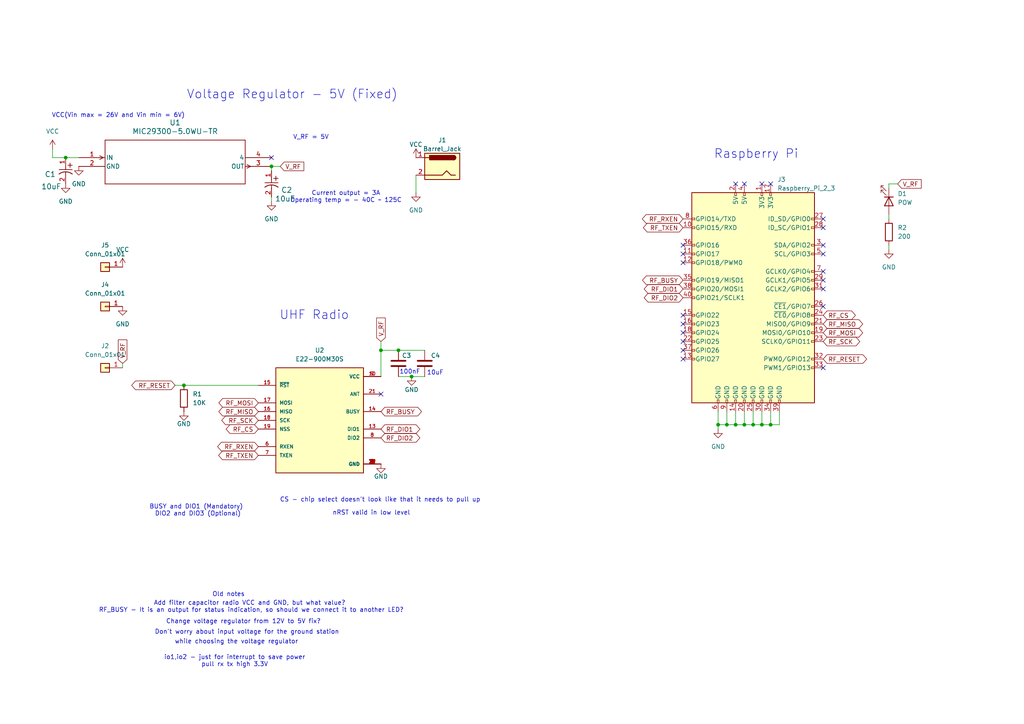
<source format=kicad_sch>
(kicad_sch (version 20231120) (generator "eeschema") (generator_version "8.0")
  (paper "A4")
  (lib_symbols
    (symbol "Connector:Barrel_Jack" (pin_names (offset 1.016))
      (property "Reference" "J" (at 0 5.334 0))
      (property "Value" "Barrel_Jack" (at 0 -5.08 0))
      (symbol "Barrel_Jack_0_1"
        (rectangle (start -5.08 3.81) (end 5.08 -3.81) (stroke (width 0.254)) (fill (type background)))
        (arc (start -3.302 3.175) (mid -3.9343 2.54) (end -3.302 1.905) (stroke (width 0.254)))
        (arc (start -3.302 3.175) (mid -3.9343 2.54) (end -3.302 1.905) (stroke (width 0.254)) (fill (type outline)))
        (polyline (pts (xy 5.08 2.54) (xy 3.81 2.54)) (stroke (width 0.254)))
        (polyline (pts (xy -3.81 -2.54) (xy -2.54 -2.54) (xy -1.27 -1.27) (xy 0 -2.54) (xy 2.54 -2.54) (xy 5.08 -2.54)) (stroke (width 0.254)))
        (rectangle (start 3.683 3.175) (end -3.302 1.905) (stroke (width 0.254)) (fill (type outline)))
      )
      (symbol "Barrel_Jack_1_1"
        (pin passive line (at 7.62 2.54 180) (length 2.54) (name "~") (number "1"))
        (pin passive line (at 7.62 -2.54 180) (length 2.54) (name "~") (number "2"))
      )
    )
    (symbol "Connector:Raspberry_Pi_2_3" (pin_names (offset 1.016))
      (property "Reference" "J" (at -17.78 31.75 0))
      (property "Value" "Raspberry_Pi_2_3" (at 10.16 -31.75 0))
      (symbol "Raspberry_Pi_2_3_0_1"
        (rectangle (start -17.78 30.48) (end 17.78 -30.48) (stroke (width 0.254)) (fill (type background)))
      )
      (symbol "Raspberry_Pi_2_3_1_1"
        (rectangle (start -16.891 -17.526) (end -17.78 -18.034))
        (rectangle (start -16.891 -14.986) (end -17.78 -15.494))
        (rectangle (start -16.891 -12.446) (end -17.78 -12.954))
        (rectangle (start -16.891 -9.906) (end -17.78 -10.414))
        (rectangle (start -16.891 -7.366) (end -17.78 -7.874))
        (rectangle (start -16.891 -4.826) (end -17.78 -5.334))
        (rectangle (start -16.891 0.254) (end -17.78 -0.254))
        (rectangle (start -16.891 2.794) (end -17.78 2.286))
        (rectangle (start -16.891 5.334) (end -17.78 4.826))
        (rectangle (start -16.891 10.414) (end -17.78 9.906))
        (rectangle (start -16.891 12.954) (end -17.78 12.446))
        (rectangle (start -16.891 15.494) (end -17.78 14.986))
        (rectangle (start -16.891 20.574) (end -17.78 20.066))
        (rectangle (start -16.891 23.114) (end -17.78 22.606))
        (rectangle (start -10.414 -29.591) (end -9.906 -30.48))
        (rectangle (start -7.874 -29.591) (end -7.366 -30.48))
        (rectangle (start -5.334 -29.591) (end -4.826 -30.48))
        (rectangle (start -5.334 30.48) (end -4.826 29.591))
        (rectangle (start -2.794 -29.591) (end -2.286 -30.48))
        (rectangle (start -2.794 30.48) (end -2.286 29.591))
        (rectangle (start -0.254 -29.591) (end 0.254 -30.48))
        (rectangle (start 2.286 -29.591) (end 2.794 -30.48))
        (rectangle (start 2.286 30.48) (end 2.794 29.591))
        (rectangle (start 4.826 -29.591) (end 5.334 -30.48))
        (rectangle (start 4.826 30.48) (end 5.334 29.591))
        (rectangle (start 7.366 -29.591) (end 7.874 -30.48))
        (rectangle (start 17.78 -20.066) (end 16.891 -20.574))
        (rectangle (start 17.78 -17.526) (end 16.891 -18.034))
        (rectangle (start 17.78 -12.446) (end 16.891 -12.954))
        (rectangle (start 17.78 -9.906) (end 16.891 -10.414))
        (rectangle (start 17.78 -7.366) (end 16.891 -7.874))
        (rectangle (start 17.78 -4.826) (end 16.891 -5.334))
        (rectangle (start 17.78 -2.286) (end 16.891 -2.794))
        (rectangle (start 17.78 2.794) (end 16.891 2.286))
        (rectangle (start 17.78 5.334) (end 16.891 4.826))
        (rectangle (start 17.78 7.874) (end 16.891 7.366))
        (rectangle (start 17.78 12.954) (end 16.891 12.446))
        (rectangle (start 17.78 15.494) (end 16.891 14.986))
        (rectangle (start 17.78 20.574) (end 16.891 20.066))
        (rectangle (start 17.78 23.114) (end 16.891 22.606))
        (pin power_in line (at 2.54 33.02 270) (length 2.54) (name "3V3") (number "1"))
        (pin bidirectional line (at -20.32 20.32 0) (length 2.54) (name "GPIO15/RXD") (number "10"))
        (pin bidirectional line (at -20.32 12.7 0) (length 2.54) (name "GPIO17") (number "11"))
        (pin bidirectional line (at -20.32 10.16 0) (length 2.54) (name "GPIO18/PWM0") (number "12"))
        (pin bidirectional line (at -20.32 -17.78 0) (length 2.54) (name "GPIO27") (number "13"))
        (pin power_in line (at -5.08 -33.02 90) (length 2.54) (name "GND") (number "14"))
        (pin bidirectional line (at -20.32 -5.08 0) (length 2.54) (name "GPIO22") (number "15"))
        (pin bidirectional line (at -20.32 -7.62 0) (length 2.54) (name "GPIO23") (number "16"))
        (pin power_in line (at 5.08 33.02 270) (length 2.54) (name "3V3") (number "17"))
        (pin bidirectional line (at -20.32 -10.16 0) (length 2.54) (name "GPIO24") (number "18"))
        (pin bidirectional line (at 20.32 -10.16 180) (length 2.54) (name "MOSI0/GPIO10") (number "19"))
        (pin power_in line (at -5.08 33.02 270) (length 2.54) (name "5V") (number "2"))
        (pin power_in line (at -2.54 -33.02 90) (length 2.54) (name "GND") (number "20"))
        (pin bidirectional line (at 20.32 -7.62 180) (length 2.54) (name "MISO0/GPIO9") (number "21"))
        (pin bidirectional line (at -20.32 -12.7 0) (length 2.54) (name "GPIO25") (number "22"))
        (pin bidirectional line (at 20.32 -12.7 180) (length 2.54) (name "SCLK0/GPIO11") (number "23"))
        (pin bidirectional line (at 20.32 -5.08 180) (length 2.54) (name "~{CE0}/GPIO8") (number "24"))
        (pin power_in line (at 0 -33.02 90) (length 2.54) (name "GND") (number "25"))
        (pin bidirectional line (at 20.32 -2.54 180) (length 2.54) (name "~{CE1}/GPIO7") (number "26"))
        (pin bidirectional line (at 20.32 22.86 180) (length 2.54) (name "ID_SD/GPIO0") (number "27"))
        (pin bidirectional line (at 20.32 20.32 180) (length 2.54) (name "ID_SC/GPIO1") (number "28"))
        (pin bidirectional line (at 20.32 5.08 180) (length 2.54) (name "GCLK1/GPIO5") (number "29"))
        (pin bidirectional line (at 20.32 15.24 180) (length 2.54) (name "SDA/GPIO2") (number "3"))
        (pin power_in line (at 2.54 -33.02 90) (length 2.54) (name "GND") (number "30"))
        (pin bidirectional line (at 20.32 2.54 180) (length 2.54) (name "GCLK2/GPIO6") (number "31"))
        (pin bidirectional line (at 20.32 -17.78 180) (length 2.54) (name "PWM0/GPIO12") (number "32"))
        (pin bidirectional line (at 20.32 -20.32 180) (length 2.54) (name "PWM1/GPIO13") (number "33"))
        (pin power_in line (at 5.08 -33.02 90) (length 2.54) (name "GND") (number "34"))
        (pin bidirectional line (at -20.32 5.08 0) (length 2.54) (name "GPIO19/MISO1") (number "35"))
        (pin bidirectional line (at -20.32 15.24 0) (length 2.54) (name "GPIO16") (number "36"))
        (pin bidirectional line (at -20.32 -15.24 0) (length 2.54) (name "GPIO26") (number "37"))
        (pin bidirectional line (at -20.32 2.54 0) (length 2.54) (name "GPIO20/MOSI1") (number "38"))
        (pin power_in line (at 7.62 -33.02 90) (length 2.54) (name "GND") (number "39"))
        (pin power_in line (at -2.54 33.02 270) (length 2.54) (name "5V") (number "4"))
        (pin bidirectional line (at -20.32 0 0) (length 2.54) (name "GPIO21/SCLK1") (number "40"))
        (pin bidirectional line (at 20.32 12.7 180) (length 2.54) (name "SCL/GPIO3") (number "5"))
        (pin power_in line (at -10.16 -33.02 90) (length 2.54) (name "GND") (number "6"))
        (pin bidirectional line (at 20.32 7.62 180) (length 2.54) (name "GCLK0/GPIO4") (number "7"))
        (pin bidirectional line (at -20.32 22.86 0) (length 2.54) (name "GPIO14/TXD") (number "8"))
        (pin power_in line (at -7.62 -33.02 90) (length 2.54) (name "GND") (number "9"))
      )
    )
    (symbol "Connector_Generic:Conn_01x01" (pin_names (offset 1.016) hide)
      (property "Reference" "J" (at 0 2.54 0))
      (property "Value" "Conn_01x01" (at 0 -2.54 0))
      (symbol "Conn_01x01_1_1"
        (rectangle (start -1.27 0.127) (end 0 -0.127) (stroke (width 0.1524)))
        (rectangle (start -1.27 1.27) (end 1.27 -1.27) (stroke (width 0.254)) (fill (type background)))
        (pin passive line (at -5.08 0 0) (length 3.81) (name "Pin_1") (number "1"))
      )
    )
    (symbol "Device:C" (pin_numbers hide) (pin_names (offset 0.254))
      (property "Reference" "C" (at 0.635 2.54 0))
      (property "Value" "C" (at 0.635 -2.54 0))
      (symbol "C_0_1"
        (polyline (pts (xy -2.032 -0.762) (xy 2.032 -0.762)) (stroke (width 0.508)))
        (polyline (pts (xy -2.032 0.762) (xy 2.032 0.762)) (stroke (width 0.508)))
      )
      (symbol "C_1_1"
        (pin passive line (at 0 3.81 270) (length 2.794) (name "~") (number "1"))
        (pin passive line (at 0 -3.81 90) (length 2.794) (name "~") (number "2"))
      )
    )
    (symbol "Device:LED" (pin_numbers hide) (pin_names (offset 1.016) hide)
      (property "Reference" "D" (at 0 2.54 0))
      (property "Value" "LED" (at 0 -2.54 0))
      (symbol "LED_0_1"
        (polyline (pts (xy -1.27 -1.27) (xy -1.27 1.27)) (stroke (width 0.254)))
        (polyline (pts (xy -1.27 0) (xy 1.27 0)))
        (polyline (pts (xy 1.27 -1.27) (xy 1.27 1.27) (xy -1.27 0) (xy 1.27 -1.27)) (stroke (width 0.254)))
        (polyline (pts (xy -3.048 -0.762) (xy -4.572 -2.286) (xy -3.81 -2.286) (xy -4.572 -2.286) (xy -4.572 -1.524)))
        (polyline (pts (xy -1.778 -0.762) (xy -3.302 -2.286) (xy -2.54 -2.286) (xy -3.302 -2.286) (xy -3.302 -1.524)))
      )
      (symbol "LED_1_1"
        (pin passive line (at -3.81 0 0) (length 2.54) (name "K") (number "1"))
        (pin passive line (at 3.81 0 180) (length 2.54) (name "A") (number "2"))
      )
    )
    (symbol "Device:R" (pin_numbers hide) (pin_names (offset 0))
      (property "Reference" "R" (at 2.032 0 90))
      (property "Value" "R" (at 0 0 90))
      (symbol "R_0_1"
        (rectangle (start -1.016 -2.54) (end 1.016 2.54) (stroke (width 0.254)))
      )
      (symbol "R_1_1"
        (pin passive line (at 0 3.81 270) (length 1.27) (name "~") (number "1"))
        (pin passive line (at 0 -3.81 90) (length 1.27) (name "~") (number "2"))
      )
    )
    (symbol "E22-900M30S:E22-900M30S" (pin_names (offset 1.016))
      (property "Reference" "U" (at -12.7 16.002 0))
      (property "Value" "E22-900M30S" (at -12.7 -17.78 0))
      (symbol "E22-900M30S_0_0"
        (rectangle (start -12.7 -15.24) (end 12.7 15.24) (stroke (width 0.254)) (fill (type background)))
        (pin power_in line (at 17.78 -12.7 180) (length 5.08) (name "GND") (number "1"))
        (pin power_in line (at 17.78 12.7 180) (length 5.08) (name "VCC") (number "10"))
        (pin power_in line (at 17.78 -12.7 180) (length 5.08) (name "GND") (number "11"))
        (pin power_in line (at 17.78 -12.7 180) (length 5.08) (name "GND") (number "12"))
        (pin bidirectional line (at 17.78 -2.54 180) (length 5.08) (name "DIO1") (number "13"))
        (pin output line (at 17.78 2.54 180) (length 5.08) (name "BUSY") (number "14"))
        (pin input line (at -17.78 10.16 0) (length 5.08) (name "~{RST}") (number "15"))
        (pin output line (at -17.78 2.54 0) (length 5.08) (name "MISO") (number "16"))
        (pin input line (at -17.78 5.08 0) (length 5.08) (name "MOSI") (number "17"))
        (pin input line (at -17.78 0 0) (length 5.08) (name "SCK") (number "18"))
        (pin input line (at -17.78 -2.54 0) (length 5.08) (name "NSS") (number "19"))
        (pin power_in line (at 17.78 -12.7 180) (length 5.08) (name "GND") (number "2"))
        (pin power_in line (at 17.78 -12.7 180) (length 5.08) (name "GND") (number "20"))
        (pin output line (at 17.78 7.62 180) (length 5.08) (name "ANT") (number "21"))
        (pin power_in line (at 17.78 -12.7 180) (length 5.08) (name "GND") (number "22"))
        (pin power_in line (at 17.78 -12.7 180) (length 5.08) (name "GND") (number "3"))
        (pin power_in line (at 17.78 -12.7 180) (length 5.08) (name "GND") (number "4"))
        (pin power_in line (at 17.78 -12.7 180) (length 5.08) (name "GND") (number "5"))
        (pin input line (at -17.78 -7.62 0) (length 5.08) (name "RXEN") (number "6"))
        (pin input line (at -17.78 -10.16 0) (length 5.08) (name "TXEN") (number "7"))
        (pin bidirectional line (at 17.78 -5.08 180) (length 5.08) (name "DIO2") (number "8"))
        (pin power_in line (at 17.78 12.7 180) (length 5.08) (name "VCC") (number "9"))
      )
    )
    (symbol "GND_22" (power) (pin_numbers hide) (pin_names (offset 0) hide)
      (property "Value" "GND" (at 0 -3.81 0))
      (symbol "GND_22_0_1"
        (polyline (pts (xy 0 0) (xy 0 -1.27) (xy 1.27 -1.27) (xy 0 -2.54) (xy -1.27 -1.27) (xy 0 -1.27)))
      )
      (symbol "GND_22_1_1"
        (pin power_in line (at 0 0 270) (length 0) (name "~") (number "1"))
      )
    )
    (symbol "GND_3" (power) (pin_numbers hide) (pin_names (offset 0) hide)
      (property "Value" "GND" (at 0 -3.81 0))
      (symbol "GND_3_0_1"
        (polyline (pts (xy 0 0) (xy 0 -1.27) (xy 1.27 -1.27) (xy 0 -2.54) (xy -1.27 -1.27) (xy 0 -1.27)))
      )
      (symbol "GND_3_1_1"
        (pin power_in line (at 0 0 270) (length 0) (name "~") (number "1"))
      )
    )
    (symbol "MIC29300_5_vol_reg:MIC29300-5.0WU-TR" (pin_names (offset 0.254))
      (property "Reference" "U" (at 27.94 10.16 0))
      (property "Value" "MIC29300-5.0WU-TR" (at 27.94 7.62 0))
      (symbol "MIC29300-5.0WU-TR_0_1"
        (polyline (pts (xy 7.0993 0) (xy 6.0579 -0.5207)) (stroke (width 0.2032)))
        (polyline (pts (xy 7.0993 0) (xy 6.0579 0.5207)) (stroke (width 0.2032)))
        (polyline (pts (xy 7.62 -7.62) (xy 48.26 -7.62)) (stroke (width 0.2032)))
        (polyline (pts (xy 7.62 5.08) (xy 7.62 -7.62)) (stroke (width 0.2032)))
        (polyline (pts (xy 48.26 -7.62) (xy 48.26 5.08)) (stroke (width 0.2032)))
        (polyline (pts (xy 48.26 5.08) (xy 7.62 5.08)) (stroke (width 0.2032)))
        (polyline (pts (xy 48.7807 -3.0607) (xy 49.8221 -2.54)) (stroke (width 0.2032)))
        (polyline (pts (xy 48.7807 -2.0193) (xy 49.8221 -2.54)) (stroke (width 0.2032)))
        (pin input line (at 0 0 0) (length 7.62) (name "IN") (number "1"))
        (pin power_in line (at 0 -2.54 0) (length 7.62) (name "GND") (number "2"))
        (pin output line (at 55.88 -2.54 180) (length 7.62) (name "OUT") (number "3"))
        (pin unspecified line (at 55.88 0 180) (length 7.62) (name "4") (number "4"))
      )
    )
    (symbol "power:GND" (power) (pin_names (offset 0))
      (property "Value" "GND" (at 0 -3.81 0))
      (symbol "GND_0_1"
        (polyline (pts (xy 0 0) (xy 0 -1.27) (xy 1.27 -1.27) (xy 0 -2.54) (xy -1.27 -1.27) (xy 0 -1.27)))
      )
      (symbol "GND_1_1"
        (pin power_in line (at 0 0 270) (length 0) hide (name "GND") (number "1"))
      )
    )
    (symbol "power:VCC" (power) (pin_names (offset 0))
      (property "Value" "VCC" (at 0 3.81 0))
      (symbol "VCC_0_1"
        (polyline (pts (xy -0.762 1.27) (xy 0 2.54)))
        (polyline (pts (xy 0 0) (xy 0 2.54)))
        (polyline (pts (xy 0 2.54) (xy 0.762 1.27)))
      )
      (symbol "VCC_1_1"
        (pin power_in line (at 0 0 90) (length 0) hide (name "VCC") (number "1"))
      )
    )
    (symbol "tantlum cap:TAJC226K025RNJ" (pin_names (offset 0.254))
      (property "Reference" "C" (at 3.81 3.81 0))
      (property "Value" "TAJC226K025RNJ" (at 3.81 -3.81 0))
      (symbol "TAJC226K025RNJ_1_1"
        (polyline (pts (xy 1.5748 1.27) (xy 2.8448 1.27)) (stroke (width 0.2032)))
        (polyline (pts (xy 2.2098 0.635) (xy 2.2098 1.905)) (stroke (width 0.2032)))
        (polyline (pts (xy 2.54 0) (xy 3.4798 0)) (stroke (width 0.2032)))
        (polyline (pts (xy 3.4798 -1.905) (xy 3.4798 1.905)) (stroke (width 0.2032)))
        (polyline (pts (xy 4.1148 0) (xy 5.08 0)) (stroke (width 0.2032)))
        (arc (start 4.7541 1.9108) (mid 4.1148 0) (end 4.7541 -1.9108) (stroke (width 0.254)))
        (pin unspecified line (at 0 0 0) (length 2.54) (name "") (number "1"))
        (pin unspecified line (at 7.62 0 180) (length 2.54) (name "") (number "2"))
      )
      (symbol "TAJC226K025RNJ_1_2"
        (polyline (pts (xy -1.905 -3.4798) (xy 1.905 -3.4798)) (stroke (width 0.2032)))
        (polyline (pts (xy 0 -4.1148) (xy 0 -5.08)) (stroke (width 0.2032)))
        (polyline (pts (xy 0 -2.54) (xy 0 -3.4798)) (stroke (width 0.2032)))
        (polyline (pts (xy 0.635 -2.2098) (xy 1.905 -2.2098)) (stroke (width 0.2032)))
        (polyline (pts (xy 1.27 -1.5748) (xy 1.27 -2.8448)) (stroke (width 0.2032)))
        (arc (start 1.9108 -4.7541) (mid 0 -4.1148) (end -1.9108 -4.7541) (stroke (width 0.254)))
        (pin unspecified line (at 0 -7.62 90) (length 2.54) (name "") (number "1"))
        (pin unspecified line (at 0 0 270) (length 2.54) (name "") (number "2"))
      )
    )
  )
  (junction (at 115.57 101.6))
  (junction (at 119.38 109.22))
  (junction (at 223.52 123.19))
  (junction (at 213.36 123.19))
  (junction (at 208.28 123.19))
  (junction (at 53.34 111.76))
  (junction (at 110.49 101.6))
  (junction (at 220.98 123.19))
  (junction (at 218.44 123.19))
  (junction (at 210.82 123.19))
  (junction (at 215.9 123.19))
  (junction (at 19.05 45.72))
  (junction (at 78.74 48.26))
  (no_connect (at 238.76 106.68))
  (no_connect (at 238.76 66.04))
  (no_connect (at 198.12 96.52))
  (no_connect (at 238.76 63.5))
  (no_connect (at 215.9 53.34))
  (no_connect (at 78.74 45.72))
  (no_connect (at 220.98 53.34))
  (no_connect (at 198.12 76.2))
  (no_connect (at 198.12 71.12))
  (no_connect (at 198.12 104.14))
  (no_connect (at 198.12 99.06))
  (no_connect (at 238.76 78.74))
  (no_connect (at 198.12 101.6))
  (no_connect (at 238.76 83.82))
  (no_connect (at 238.76 73.66))
  (no_connect (at 198.12 93.98))
  (no_connect (at 238.76 81.28))
  (no_connect (at 223.52 53.34))
  (no_connect (at 213.36 53.34))
  (no_connect (at 238.76 71.12))
  (no_connect (at 198.12 91.44))
  (no_connect (at 238.76 88.9))
  (no_connect (at 110.49 114.3))
  (no_connect (at 198.12 73.66))
  (wire (pts (xy 119.38 109.22) (xy 123.19 109.22)))
  (wire (pts (xy 81.28 48.26) (xy 78.74 48.26)))
  (wire (pts (xy 215.9 119.38) (xy 215.9 123.19)))
  (wire (pts (xy 223.52 119.38) (xy 223.52 123.19)))
  (wire (pts (xy 260.35 53.34) (xy 257.81 53.34)))
  (wire (pts (xy 210.82 123.19) (xy 213.36 123.19)))
  (wire (pts (xy 257.81 62.23) (xy 257.81 63.5)))
  (wire (pts (xy 257.81 71.12) (xy 257.81 72.39)))
  (wire (pts (xy 223.52 123.19) (xy 226.06 123.19)))
  (wire (pts (xy 220.98 123.19) (xy 223.52 123.19)))
  (wire (pts (xy 22.86 45.72) (xy 19.05 45.72)))
  (wire (pts (xy 53.34 111.76) (xy 74.93 111.76)))
  (wire (pts (xy 208.28 123.19) (xy 208.28 124.46)))
  (wire (pts (xy 257.81 53.34) (xy 257.81 54.61)))
  (wire (pts (xy 218.44 119.38) (xy 218.44 123.19)))
  (wire (pts (xy 120.65 50.8) (xy 120.65 55.88)))
  (wire (pts (xy 50.8 111.76) (xy 53.34 111.76)))
  (wire (pts (xy 213.36 119.38) (xy 213.36 123.19)))
  (wire (pts (xy 110.49 101.6) (xy 110.49 109.22)))
  (wire (pts (xy 115.57 101.6) (xy 123.19 101.6)))
  (wire (pts (xy 15.24 43.18) (xy 15.24 45.72)))
  (wire (pts (xy 78.74 58.42) (xy 78.74 57.15)))
  (wire (pts (xy 208.28 119.38) (xy 208.28 123.19)))
  (wire (pts (xy 110.49 101.6) (xy 115.57 101.6)))
  (wire (pts (xy 115.57 109.22) (xy 119.38 109.22)))
  (wire (pts (xy 208.28 123.19) (xy 210.82 123.19)))
  (wire (pts (xy 35.56 106.68) (xy 35.56 105.41)))
  (wire (pts (xy 215.9 123.19) (xy 218.44 123.19)))
  (wire (pts (xy 226.06 123.19) (xy 226.06 119.38)))
  (wire (pts (xy 218.44 123.19) (xy 220.98 123.19)))
  (wire (pts (xy 220.98 119.38) (xy 220.98 123.19)))
  (wire (pts (xy 110.49 99.06) (xy 110.49 101.6)))
  (wire (pts (xy 78.74 48.26) (xy 78.74 49.53)))
  (wire (pts (xy 213.36 123.19) (xy 215.9 123.19)))
  (wire (pts (xy 210.82 119.38) (xy 210.82 123.19)))
  (wire (pts (xy 19.05 45.72) (xy 15.24 45.72)))
  (text "nRST valid in low level " (at 108.204 148.844 0) (effects (font (size 1.27 1.27))))
  (text "Current output = 3A\nOperating temp = - 40C ~ 125C" (at 100.33 57.15 0) (effects (font (size 1.27 1.27))))
  (text "Old notes" (at 66.294 172.466 0) (effects (font (size 1.27 1.27))))
  (text "Don't worry about input voltage for the ground station" (at 71.628 183.388 0) (effects (font (size 1.27 1.27))))
  (text "UHF Radio" (at 81.026 92.964 0) (effects (font (size 2.54 2.54)) (justify left bottom)))
  (text "10uF" (at 126.238 108.204 0) (effects (font (size 1.27 1.27))))
  (text "Add filter capacitor radio VCC and GND, but what value? \nRF_BUSY - It is an output for status indication, so should we connect it to another LED?" (at 72.898 176.022 0) (effects (font (size 1.27 1.27))))
  (text "CS - chip select doesn't look like that it needs to pull up \n" (at 110.744 145.034 0) (effects (font (size 1.27 1.27))))
  (text "Voltage Regulator - 5V (Fixed)" (at 54.102 28.956 0) (effects (font (size 2.54 2.54)) (justify left bottom)))
  (text "while choosing the voltage regulator" (at 68.58 186.182 0) (effects (font (size 1.27 1.27))))
  (text "Raspberry Pi" (at 207.01 46.228 0) (effects (font (size 2.54 2.54)) (justify left bottom)))
  (text "V_RF = 5V " (at 90.678 39.878 0) (effects (font (size 1.27 1.27))))
  (text "io1,io2 - just for interrupt to save power\npull rx tx high 3.3V" (at 68.072 191.77 0) (effects (font (size 1.27 1.27))))
  (text "100nF" (at 118.872 107.95 0) (effects (font (size 1.27 1.27))))
  (text "VCC(Vin max = 26V and Vin min = 6V) " (at 34.798 33.528 0) (effects (font (size 1.27 1.27))))
  (text "BUSY and DIO1 (Mandatory) \nDIO2 and DIO3 (Optional)" (at 57.404 148.082 0) (effects (font (size 1.27 1.27))))
  (text "Change voltage regulator from 12V to 5V fix?" (at 70.612 180.34 0) (effects (font (size 1.27 1.27))))
  (global_label "RF_MOSI" (shape bidirectional) (at 238.76 96.52 0) (property "Intersheetrefs" "${INTERSHEET_REFS}" (effects (hide yes))))
  (global_label "RF_RESET" (shape bidirectional) (at 50.8 111.76 180) (property "Intersheetrefs" "${INTERSHEET_REFS}" (effects (hide yes))))
  (global_label "RF_DIO2" (shape bidirectional) (at 110.49 127 0) (property "Intersheetrefs" "${INTERSHEET_REFS}" (effects (hide yes))))
  (global_label "V_RF" (shape input) (at 110.49 99.06 90) (property "Intersheetrefs" "${INTERSHEET_REFS}" (effects (hide yes))))
  (global_label "V_RF" (shape input) (at 260.35 53.34 0) (property "Intersheetrefs" "${INTERSHEET_REFS}" (effects (hide yes))))
  (global_label "RF_TXEN" (shape bidirectional) (at 74.93 132.08 180) (property "Intersheetrefs" "${INTERSHEET_REFS}" (effects (hide yes))))
  (global_label "RF_MISO" (shape bidirectional) (at 238.76 93.98 0) (property "Intersheetrefs" "${INTERSHEET_REFS}" (effects (hide yes))))
  (global_label "RF_DIO1" (shape bidirectional) (at 198.12 83.82 180) (property "Intersheetrefs" "${INTERSHEET_REFS}" (effects (hide yes))))
  (global_label "RF_MOSI" (shape bidirectional) (at 74.93 116.84 180) (property "Intersheetrefs" "${INTERSHEET_REFS}" (effects (hide yes))))
  (global_label "RF_RESET" (shape bidirectional) (at 238.76 104.14 0) (property "Intersheetrefs" "${INTERSHEET_REFS}" (effects (hide yes))))
  (global_label "RF_RXEN" (shape bidirectional) (at 74.93 129.54 180) (property "Intersheetrefs" "${INTERSHEET_REFS}" (effects (hide yes))))
  (global_label "RF_MISO" (shape bidirectional) (at 74.93 119.38 180) (property "Intersheetrefs" "${INTERSHEET_REFS}" (effects (hide yes))))
  (global_label "RF_DIO1" (shape bidirectional) (at 110.49 124.46 0) (property "Intersheetrefs" "${INTERSHEET_REFS}" (effects (hide yes))))
  (global_label "RF_BUSY" (shape bidirectional) (at 198.12 81.28 180) (property "Intersheetrefs" "${INTERSHEET_REFS}" (effects (hide yes))))
  (global_label "RF_BUSY" (shape bidirectional) (at 110.49 119.38 0) (property "Intersheetrefs" "${INTERSHEET_REFS}" (effects (hide yes))))
  (global_label "RF_DIO2" (shape bidirectional) (at 198.12 86.36 180) (property "Intersheetrefs" "${INTERSHEET_REFS}" (effects (hide yes))))
  (global_label "RF_TXEN" (shape bidirectional) (at 198.12 66.04 180) (property "Intersheetrefs" "${INTERSHEET_REFS}" (effects (hide yes))))
  (global_label "RF_CS" (shape bidirectional) (at 238.76 91.44 0) (property "Intersheetrefs" "${INTERSHEET_REFS}" (effects (hide yes))))
  (global_label "RF_SCK" (shape bidirectional) (at 74.93 121.92 180) (property "Intersheetrefs" "${INTERSHEET_REFS}" (effects (hide yes))))
  (global_label "RF_CS" (shape bidirectional) (at 74.93 124.46 180) (property "Intersheetrefs" "${INTERSHEET_REFS}" (effects (hide yes))))
  (global_label "V_RF" (shape input) (at 81.28 48.26 0) (property "Intersheetrefs" "${INTERSHEET_REFS}" (effects (hide yes))))
  (global_label "RF_SCK" (shape bidirectional) (at 238.76 99.06 0) (property "Intersheetrefs" "${INTERSHEET_REFS}" (effects (hide yes))))
  (global_label "RF_RXEN" (shape bidirectional) (at 198.12 63.5 180) (property "Intersheetrefs" "${INTERSHEET_REFS}" (effects (hide yes))))
  (global_label "V_RF" (shape input) (at 35.56 105.41 90) (property "Intersheetrefs" "${INTERSHEET_REFS}" (effects (hide yes))))
  (symbol (lib_id "Connector_Generic:Conn_01x01") (at 30.48 106.68 180) (unit 1)
    (property "Reference" "J2" (at 30.48 100.33 0))
    (property "Value" "Conn_01x01" (at 30.48 102.87 0))
    (property "Footprint" "MountingHole:MountingHole_2.2mm_M2_DIN965_Pad" (effects (hide yes)))
    (property "Description" "Generic connector, single row, 01x01, script generated (kicad-library-utils/schlib/autogen/connector/)" (effects (hide yes)))
  )
  (symbol (lib_id "power:GND") (at 78.74 58.42 0) (unit 1)
    (property "Reference" "#PWR05" (effects (hide yes)))
    (property "Value" "GND" (at 78.74 63.5 0))
  )
  (symbol (lib_name "GND_22") (lib_id "power:GND") (at 22.86 48.26 0) (unit 1)
    (property "Reference" "#PWR03" (effects (hide yes)))
    (property "Value" "GND" (at 22.86 53.34 0))
    (property "Description" "Power symbol creates a global label with name \"GND\" , ground" (effects (hide yes)))
  )
  (symbol (lib_id "power:GND") (at 119.38 109.22 0) (unit 1)
    (property "Reference" "#PWR010" (effects (hide yes)))
    (property "Value" "GND" (at 119.38 113.03 0))
  )
  (symbol (lib_id "Device:R") (at 53.34 115.57 180) (unit 1)
    (property "Reference" "R1" (at 55.88 114.2999 0) (effects (justify right)))
    (property "Value" "10K" (at 55.88 116.8399 0) (effects (justify right)))
    (property "Footprint" "Resistor_SMD:R_0805_2012Metric_Pad1.20x1.40mm_HandSolder" (effects (hide yes)))
  )
  (symbol (lib_id "power:VCC") (at 15.24 43.18 0) (unit 1)
    (property "Reference" "#PWR01" (effects (hide yes)))
    (property "Value" "VCC" (at 15.24 38.1 0))
  )
  (symbol (lib_id "Connector:Barrel_Jack") (at 128.27 48.26 0) (mirror y) (unit 1)
    (property "Reference" "J1" (at 128.27 40.64 0))
    (property "Value" "Barrel_Jack" (at 128.27 43.18 0))
    (property "Footprint" "Connector_BarrelJack:BarrelJack_Horizontal" (effects (hide yes)))
  )
  (symbol (lib_id "power:VCC") (at 35.56 77.47 0) (unit 1)
    (property "Reference" "#PWR04" (effects (hide yes)))
    (property "Value" "VCC" (at 35.56 72.39 0))
  )
  (symbol (lib_id "MIC29300_5_vol_reg:MIC29300-5.0WU-TR") (at 22.86 45.72 0) (unit 1)
    (property "Reference" "U1" (at 50.8 35.56 0) (effects (font (size 1.524 1.524))))
    (property "Value" "MIC29300-5.0WU-TR" (at 50.8 38.1 0) (effects (font (size 1.524 1.524))))
    (property "Footprint" "MIC29300_5:TO-263-3_MCH" (effects (hide yes)))
    (property "Datasheet" "MIC29300-5.0WU-TR" (effects (hide yes)))
  )
  (symbol (lib_id "Connector:Raspberry_Pi_2_3") (at 218.44 86.36 0) (unit 1)
    (property "Reference" "J3" (at 225.4759 52.07 0) (effects (justify left)))
    (property "Value" "Raspberry_Pi_2_3" (at 225.4759 54.61 0) (effects (justify left)))
    (property "Footprint" "Connector_PinSocket_2.54mm:PinSocket_2x20_P2.54mm_Vertical" (effects (hide yes)))
    (property "Datasheet" "https://www.raspberrypi.org/documentation/hardware/raspberrypi/schematics/rpi_SCH_3bplus_1p0_reduced.pdf" (effects (hide yes)))
  )
  (symbol (lib_id "tantlum cap:TAJC226K025RNJ") (at 78.74 49.53 270) (unit 1)
    (property "Reference" "C2" (at 81.534 55.118 90) (effects (font (size 1.524 1.524)) (justify left)))
    (property "Value" "10uF" (at 79.756 57.658 90) (effects (font (size 1.524 1.524)) (justify left)))
    (property "Footprint" "tantulum capacitor:TAJC_AVX" (effects (hide yes)))
    (property "Datasheet" "TAJC226K025RNJ" (effects (hide yes)))
  )
  (symbol (lib_id "tantlum cap:TAJC226K025RNJ") (at 19.05 45.72 270) (unit 1)
    (property "Reference" "C1" (at 12.954 50.546 90) (effects (font (size 1.524 1.524)) (justify left)))
    (property "Value" "10uF" (at 11.938 54.102 90) (effects (font (size 1.524 1.524)) (justify left)))
    (property "Footprint" "tantulum capacitor:TAJC_AVX" (effects (hide yes)))
    (property "Datasheet" "TAJC226K025RNJ" (effects (hide yes)))
  )
  (symbol (lib_id "Device:R") (at 257.81 67.31 180) (unit 1)
    (property "Reference" "R2" (at 260.35 66.0399 0) (effects (justify right)))
    (property "Value" "200" (at 260.35 68.5799 0) (effects (justify right)))
    (property "Footprint" "Resistor_SMD:R_0805_2012Metric_Pad1.20x1.40mm_HandSolder" (effects (hide yes)))
  )
  (symbol (lib_id "Device:C") (at 115.57 105.41 0) (unit 1)
    (property "Reference" "C3" (at 116.586 103.124 0) (effects (justify left)))
    (property "Value" "100nF" (effects (hide yes)))
    (property "Footprint" "Capacitor_SMD:C_0805_2012Metric_Pad1.18x1.45mm_HandSolder" (effects (hide yes)))
  )
  (symbol (lib_id "Connector_Generic:Conn_01x01") (at 30.48 77.47 180) (unit 1)
    (property "Reference" "J5" (at 30.48 71.12 0))
    (property "Value" "Conn_01x01" (at 30.48 73.66 0))
    (property "Footprint" "MountingHole:MountingHole_2.2mm_M2_DIN965_Pad" (effects (hide yes)))
    (property "Description" "Generic connector, single row, 01x01, script generated (kicad-library-utils/schlib/autogen/connector/)" (effects (hide yes)))
  )
  (symbol (lib_id "Device:C") (at 123.19 105.41 0) (unit 1)
    (property "Reference" "C4" (at 124.968 103.124 0) (effects (justify left)))
    (property "Value" "10uF" (effects (hide yes)))
    (property "Footprint" "Capacitor_SMD:C_0805_2012Metric_Pad1.18x1.45mm_HandSolder" (effects (hide yes)))
  )
  (symbol (lib_id "power:GND") (at 120.65 55.88 0) (unit 1)
    (property "Reference" "#PWR08" (effects (hide yes)))
    (property "Value" "GND" (at 120.65 60.96 0))
  )
  (symbol (lib_id "Connector_Generic:Conn_01x01") (at 30.48 88.9 180) (unit 1)
    (property "Reference" "J4" (at 30.48 82.55 0))
    (property "Value" "Conn_01x01" (at 30.48 85.09 0))
    (property "Footprint" "MountingHole:MountingHole_2.2mm_M2_DIN965_Pad" (effects (hide yes)))
    (property "Description" "Generic connector, single row, 01x01, script generated (kicad-library-utils/schlib/autogen/connector/)" (effects (hide yes)))
  )
  (symbol (lib_id "power:GND") (at 35.56 88.9 0) (unit 1)
    (property "Reference" "#PWR06" (effects (hide yes)))
    (property "Value" "GND" (at 35.56 93.98 0))
  )
  (symbol (lib_id "power:VCC") (at 120.65 45.72 0) (unit 1)
    (property "Reference" "#PWR07" (effects (hide yes)))
    (property "Value" "VCC" (at 120.65 41.91 0))
  )
  (symbol (lib_id "power:GND") (at 19.05 53.34 0) (unit 1)
    (property "Reference" "#PWR02" (effects (hide yes)))
    (property "Value" "GND" (at 19.05 58.42 0))
  )
  (symbol (lib_id "E22-900M30S:E22-900M30S") (at 92.71 121.92 0) (unit 1)
    (property "Reference" "U2" (at 92.71 101.6 0))
    (property "Value" "E22-900M30S" (at 92.71 104.14 0))
    (property "Footprint" "E22-900M30S:XCVR_E22-900M30S" (effects (hide yes)))
    (property "MF" "EBYTE" (effects (hide yes)))
    (property "MAXIMUM_PACKAGE_HEIGHT" "3.97 mm" (effects (hide yes)))
    (property "Package" "Package" (effects (hide yes)))
    (property "Price" "None" (effects (hide yes)))
    (property "Check_prices" "https://www.snapeda.com/parts/E22-900M30S/EBYTE/view-part/?ref=eda" (effects (hide yes)))
    (property "STANDARD" "Manufacturer Recommendations" (effects (hide yes)))
    (property "PARTREV" "1.2" (effects (hide yes)))
    (property "SnapEDA_Link" "https://www.snapeda.com/parts/E22-900M30S/EBYTE/view-part/?ref=snap" (effects (hide yes)))
    (property "MP" "E22-900M30S" (effects (hide yes)))
    (property "Description_1" "\nSX1262 868/915 MHz 1w SPI LoRa Module\n" (effects (hide yes)))
    (property "Availability" "Not in stock" (effects (hide yes)))
    (property "MANUFACTURER" "EBYTE" (effects (hide yes)))
  )
  (symbol (lib_id "Device:LED") (at 257.81 58.42 270) (unit 1)
    (property "Reference" "D1" (at 260.35 56.1975 90) (effects (justify left)))
    (property "Value" "POW" (at 260.35 58.7375 90) (effects (justify left)))
    (property "Footprint" "LED_SMD:LED_0805_2012Metric_Pad1.15x1.40mm_HandSolder" (effects (hide yes)))
  )
  (symbol (lib_name "GND_3") (lib_id "power:GND") (at 53.34 119.38 0) (unit 1)
    (property "Reference" "#PWR011" (effects (hide yes)))
    (property "Value" "GND" (at 53.34 122.936 0))
    (property "Description" "Power symbol creates a global label with name \"GND\" , ground" (effects (hide yes)))
  )
  (symbol (lib_name "GND_3") (lib_id "power:GND") (at 110.49 134.62 0) (unit 1)
    (property "Reference" "#PWR09" (effects (hide yes)))
    (property "Value" "GND" (at 110.49 138.176 0))
    (property "Description" "Power symbol creates a global label with name \"GND\" , ground" (effects (hide yes)))
  )
  (symbol (lib_id "power:GND") (at 257.81 72.39 0) (unit 1)
    (property "Reference" "#PWR022" (effects (hide yes)))
    (property "Value" "GND" (at 257.81 77.47 0))
  )
  (symbol (lib_id "power:GND") (at 208.28 124.46 0) (unit 1)
    (property "Reference" "#PWR020" (effects (hide yes)))
    (property "Value" "GND" (at 208.28 129.54 0))
  )
)
</source>
